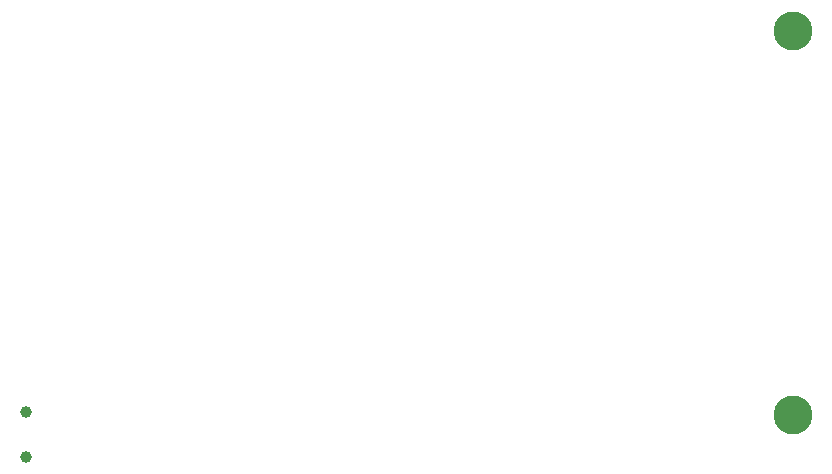
<source format=gbr>
%TF.GenerationSoftware,Altium Limited,Altium Designer,19.1.8 (144)*%
G04 Layer_Color=0*
%FSLAX26Y26*%
%MOIN*%
%TF.FileFunction,NonPlated,1,2,NPTH,Drill*%
%TF.Part,Single*%
G01*
G75*
%TA.AperFunction,ComponentDrill*%
%ADD78C,0.039370*%
%ADD79C,0.129921*%
D78*
X1301181Y95275D02*
D03*
Y245275D02*
D03*
D79*
X3858268Y235236D02*
D03*
Y1514764D02*
D03*
%TF.MD5,8fb0b3ebbd937c07659f78d85ee34fcb*%
M02*

</source>
